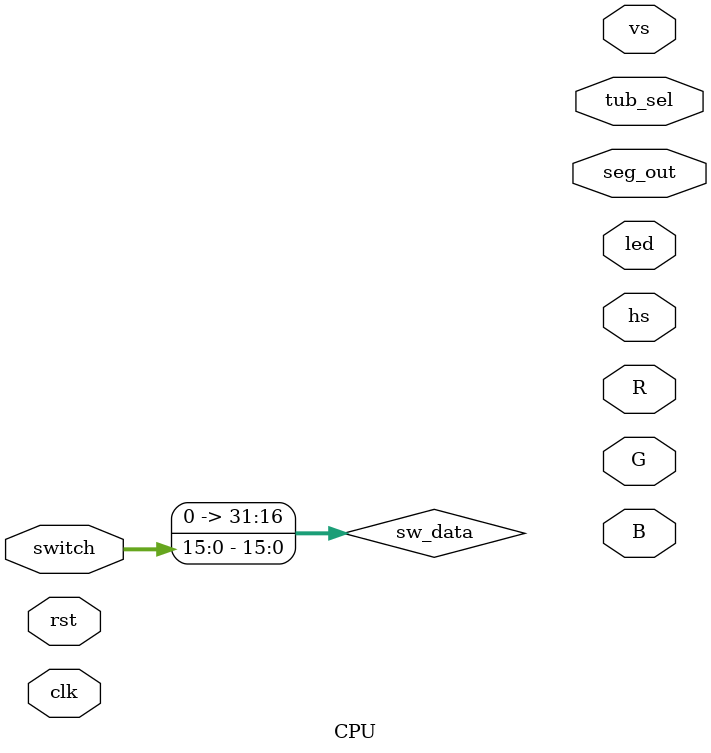
<source format=v>
module CPU(
    input clk,
    input rst,
    input [15:0] switch,
    output [15:0] led,
    output [3:0] R,
    output [3:0] G,
    output [3:0] B,
    output hs,
    output vs,
    output [7:0] seg_out,
    output [7:0] tub_sel

);
wire [31:0]imm,rs1,inst;
wire [31:0] rs2;
wire [31:0] pc;
wire [31:0] alu_result;
wire [6:0] funct7;
wire [2:0] funct3;
wire [3:0] alu_op;
wire [1:0] alu_src;
wire zero,branch,jal,jalr;

// 新增ID阶段的信号
wire memread, memtoreg, memwrite, alusrc, regwrite;


// 新增MEM阶段的信号
wire [31:0] mem_read_data;
wire [2:0] switch_control;
wire [2:0] led_control;
wire clk_p;  // 时钟信号，需要从外部获取或生成
wire stop;   // 停止信号，需要从控制单元获取
wire [1:0] a7;  // 需要从指令中提取或从其他模块获取
wire [31:0] sw_data;
assign sw_data = {16'b0, switch};

PC pc_inst(
    .clk(clk),
    .rst(rst),
    .imm(imm),
    .zero(zero),
    .branch(branch),
    .rs1(rs1),
    .jal(jal),
    .jalr(jalr),
    .inst(inst)
);

// 添加ID阶段模块
stage_id id(
    .clk(clk),
    .rst(rst),
    .Inst(inst),
    .sw_data(sw_data),
    .Branch(branch),
    .Memread(memread),
    .Memtoreg(memtoreg),
    .ALUop(alu_op),
    .Memwrite(memwrite),
    .ALUSRC(alusrc),
    .RegWrite(regwrite),
    .Reg_out1(rs1),
    .Reg_out2(rs2),
    .Imm(imm),
    .func7(funct7),
    .func3(funct3)
);

Execute ex(
    .pc(pc),                  // 程序计数器
    .rs1_data(rs1),          // 第一个寄存器数据
    .rs2_data(rs2),          // 第二个寄存器数据
    .imm(imm),               // 立即数
    .funct7(funct7),         // 功能码7
    .funct3(funct3),         // 功能码3
    .alu_op(alu_op),         // ALU操作码
    .alu_src(alu_src),       // ALU源选择
    .alu_result(alu_result), // ALU结果
    .zero(zero)              // 零标志位
);

// 新增MEM阶段模块
stage_mem mem(
    .clk(clk),
    .rst(rst),
    .clk_p(clk_p),        // 需要确认时钟信号来源
    .stop(stop),          // 需要确认停止信号来源
    .mem_read(memread),
    .mem_write(memwrite),
    .alu_result_addr(alu_result),
    .mem_write_data(rs2), // 使用rs2作为写入数据
    .a7(a7),              // 需要确认a7信号来源
    .mem_read_data(mem_read_data),
    .switch_control(switch_control),
    .led_control(led_control)
);







endmodule
</source>
